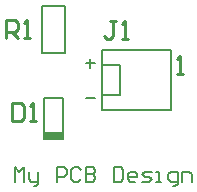
<source format=gto>
G04*
G04 #@! TF.GenerationSoftware,Altium Limited,Altium Designer,21.3.2 (30)*
G04*
G04 Layer_Color=65535*
%FSLAX25Y25*%
%MOIN*%
G70*
G04*
G04 #@! TF.SameCoordinates,FE050A9F-21F3-40BC-BC20-1EE1FB2A97B0*
G04*
G04*
G04 #@! TF.FilePolarity,Positive*
G04*
G01*
G75*
%ADD10C,0.00787*%
%ADD11C,0.01000*%
%ADD12R,0.06299X0.02362*%
D10*
X18504Y20472D02*
X24803D01*
X18504D02*
Y34252D01*
X24803D01*
Y20472D02*
Y34252D01*
X17717Y49213D02*
X25591D01*
Y64961D01*
X17717D02*
X25591D01*
X17717Y49213D02*
Y64961D01*
X37713Y35276D02*
X43713D01*
Y45276D01*
X37713D02*
X43713D01*
X60713Y30276D02*
Y50276D01*
X37713Y30276D02*
X60713D01*
X37713D02*
Y50276D01*
X60713D01*
X8661Y6299D02*
Y11022D01*
X10236Y9447D01*
X11810Y11022D01*
Y6299D01*
X13384Y9447D02*
Y7086D01*
X14171Y6299D01*
X16533D01*
Y5511D01*
X15746Y4724D01*
X14959D01*
X16533Y6299D02*
Y9447D01*
X22830Y6299D02*
Y11022D01*
X25192D01*
X25979Y10234D01*
Y8660D01*
X25192Y7873D01*
X22830D01*
X30702Y10234D02*
X29914Y11022D01*
X28340D01*
X27553Y10234D01*
Y7086D01*
X28340Y6299D01*
X29914D01*
X30702Y7086D01*
X32276Y11022D02*
Y6299D01*
X34637D01*
X35424Y7086D01*
Y7873D01*
X34637Y8660D01*
X32276D01*
X34637D01*
X35424Y9447D01*
Y10234D01*
X34637Y11022D01*
X32276D01*
X41722D02*
Y6299D01*
X44083D01*
X44870Y7086D01*
Y10234D01*
X44083Y11022D01*
X41722D01*
X48806Y6299D02*
X47232D01*
X46444Y7086D01*
Y8660D01*
X47232Y9447D01*
X48806D01*
X49593Y8660D01*
Y7873D01*
X46444D01*
X51167Y6299D02*
X53529D01*
X54316Y7086D01*
X53529Y7873D01*
X51955D01*
X51167Y8660D01*
X51955Y9447D01*
X54316D01*
X55890Y6299D02*
X57464D01*
X56677D01*
Y9447D01*
X55890D01*
X61400Y4724D02*
X62187D01*
X62975Y5511D01*
Y9447D01*
X60613D01*
X59826Y8660D01*
Y7086D01*
X60613Y6299D01*
X62975D01*
X64549D02*
Y9447D01*
X66910D01*
X67697Y8660D01*
Y6299D01*
X32283Y34252D02*
X35432D01*
X32283Y45669D02*
X35432D01*
X33858Y47243D02*
Y44094D01*
D11*
X62713Y42276D02*
X64712D01*
X63712D01*
Y48274D01*
X62713Y47274D01*
X5844Y54088D02*
Y60086D01*
X8843D01*
X9843Y59086D01*
Y57087D01*
X8843Y56087D01*
X5844D01*
X7843D02*
X9843Y54088D01*
X11842D02*
X13841D01*
X12842D01*
Y60086D01*
X11842Y59086D01*
X42318Y59678D02*
X40319D01*
X41319D01*
Y54679D01*
X40319Y53680D01*
X39319D01*
X38320Y54679D01*
X44318Y53680D02*
X46317D01*
X45317D01*
Y59678D01*
X44318Y58678D01*
X7812Y32527D02*
Y26528D01*
X10811D01*
X11811Y27528D01*
Y31527D01*
X10811Y32527D01*
X7812D01*
X13810Y26528D02*
X15810D01*
X14810D01*
Y32527D01*
X13810Y31527D01*
D12*
X21654Y21654D02*
D03*
M02*

</source>
